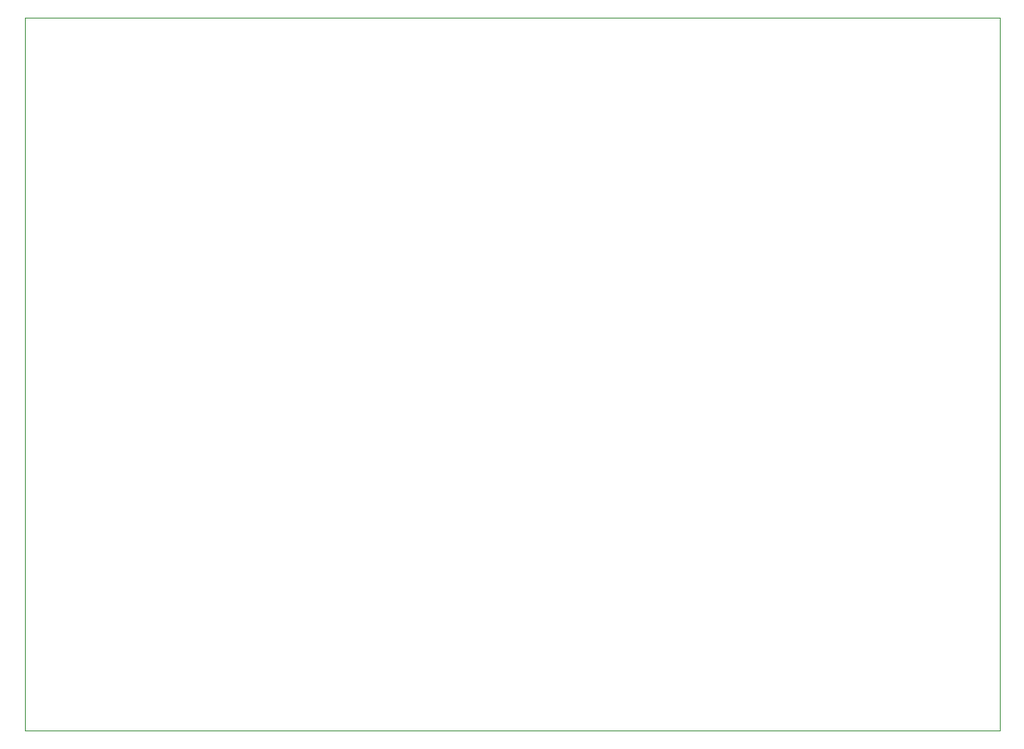
<source format=gm1>
G04 #@! TF.GenerationSoftware,KiCad,Pcbnew,(6.0.0)*
G04 #@! TF.CreationDate,2022-09-04T10:17:37+02:00*
G04 #@! TF.ProjectId,K_PA_Protec,4b5f5041-5f50-4726-9f74-65632e6b6963,rev?*
G04 #@! TF.SameCoordinates,Original*
G04 #@! TF.FileFunction,Profile,NP*
%FSLAX46Y46*%
G04 Gerber Fmt 4.6, Leading zero omitted, Abs format (unit mm)*
G04 Created by KiCad (PCBNEW (6.0.0)) date 2022-09-04 10:17:37*
%MOMM*%
%LPD*%
G01*
G04 APERTURE LIST*
G04 #@! TA.AperFunction,Profile*
%ADD10C,0.100000*%
G04 #@! TD*
G04 APERTURE END LIST*
D10*
X167500000Y-50000000D02*
X167500000Y-125000000D01*
X65000000Y-50000000D02*
X167500000Y-50000000D01*
X65000000Y-125000000D02*
X65000000Y-50000000D01*
X167500000Y-125000000D02*
X65000000Y-125000000D01*
M02*

</source>
